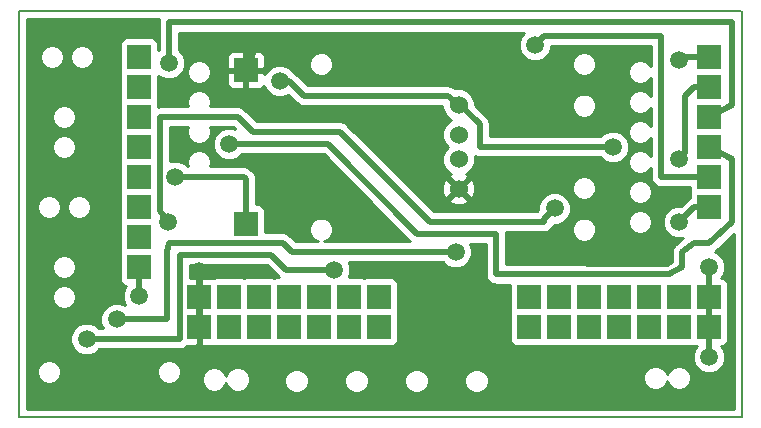
<source format=gbr>
G04 #@! TF.FileFunction,Copper,L1,Top,Signal*
%FSLAX46Y46*%
G04 Gerber Fmt 4.6, Leading zero omitted, Abs format (unit mm)*
G04 Created by KiCad (PCBNEW 4.0.2-4+6225~38~ubuntu14.04.1-stable) date sön  8 maj 2016 19:12:47*
%MOMM*%
G01*
G04 APERTURE LIST*
%ADD10C,0.100000*%
%ADD11C,0.150000*%
%ADD12R,2.000000X2.000000*%
%ADD13C,1.524000*%
%ADD14C,1.500000*%
%ADD15C,0.500000*%
%ADD16C,0.254000*%
G04 APERTURE END LIST*
D10*
D11*
X110490000Y-85000000D02*
X171650000Y-85000000D01*
X110490000Y-119380000D02*
X110490000Y-85000000D01*
X171650000Y-119380000D02*
X110490000Y-119380000D01*
X171704000Y-85000000D02*
X171704000Y-119380000D01*
D12*
X168910000Y-88900000D03*
X168910000Y-91440000D03*
X168910000Y-93980000D03*
X168910000Y-96520000D03*
X168910000Y-99060000D03*
X168910000Y-101600000D03*
X168910000Y-109220000D03*
X168910000Y-111760000D03*
X166370000Y-109220000D03*
X166370000Y-111760000D03*
X163830000Y-109220000D03*
X163830000Y-111760000D03*
X161290000Y-109220000D03*
X161290000Y-111760000D03*
X158750000Y-109220000D03*
X158750000Y-111760000D03*
X156210000Y-109220000D03*
X156210000Y-111760000D03*
X153670000Y-109220000D03*
X153670000Y-111760000D03*
X140970000Y-109220000D03*
X140970000Y-111760000D03*
X138430000Y-109220000D03*
X138430000Y-111760000D03*
X135890000Y-109220000D03*
X135890000Y-111760000D03*
X133350000Y-109220000D03*
X133350000Y-111760000D03*
X130810000Y-109220000D03*
X130810000Y-111760000D03*
X128270000Y-109220000D03*
X128270000Y-111760000D03*
X125730000Y-109220000D03*
X125730000Y-111760000D03*
X120650000Y-106680000D03*
X120650000Y-104140000D03*
X120650000Y-88900000D03*
X120650000Y-91440000D03*
X120650000Y-93980000D03*
X120650000Y-96520000D03*
X120650000Y-99060000D03*
X120650000Y-101600000D03*
X129700000Y-103020000D03*
X129700000Y-90020000D03*
D13*
X147700000Y-100070000D03*
X147700000Y-92970000D03*
X147700000Y-97570000D03*
X147700000Y-95470000D03*
D14*
X123698000Y-99060000D03*
X154178000Y-87884000D03*
X128270000Y-96266000D03*
X123190000Y-89408000D03*
X130302000Y-92710000D03*
X153162000Y-94742000D03*
X125730000Y-107061000D03*
X132334000Y-101600000D03*
X132334000Y-97790000D03*
X160782000Y-96520000D03*
X168910000Y-106680000D03*
X168910000Y-114300000D03*
X132588000Y-90932000D03*
X166370000Y-102870000D03*
X166370000Y-97536000D03*
X166370000Y-89154000D03*
X120650000Y-109156500D03*
X147447000Y-105410000D03*
X118745000Y-111125000D03*
X137160000Y-106934000D03*
X116205000Y-112776000D03*
X155829000Y-101727000D03*
X123063000Y-102870000D03*
D15*
X129700000Y-99220000D02*
X129700000Y-103020000D01*
X129540000Y-99060000D02*
X129700000Y-99220000D01*
X123698000Y-99060000D02*
X129540000Y-99060000D01*
X129690000Y-103020000D02*
X129700000Y-103020000D01*
X129700000Y-103020000D02*
X129690000Y-103020000D01*
X129700000Y-103020000D02*
X129700000Y-103030000D01*
X154940000Y-87122000D02*
X164846000Y-87122000D01*
X154178000Y-87884000D02*
X154940000Y-87122000D01*
X168910000Y-99060000D02*
X164846000Y-99060000D01*
X164846000Y-98806000D02*
X164846000Y-87122000D01*
X164846000Y-87122000D02*
X164846000Y-87122000D01*
X164846000Y-99060000D02*
X164846000Y-98806000D01*
X170815000Y-97536000D02*
X168910000Y-96520000D01*
X170815000Y-102870000D02*
X170815000Y-97536000D01*
X165544500Y-107315000D02*
X166624000Y-106680000D01*
X166624000Y-106680000D02*
X166624000Y-105410000D01*
X166624000Y-105410000D02*
X167640000Y-104648000D01*
X167640000Y-104648000D02*
X168910000Y-104648000D01*
X168910000Y-104648000D02*
X170815000Y-102870000D01*
X150876000Y-107315000D02*
X165544500Y-107315000D01*
X150876000Y-103886000D02*
X150876000Y-107315000D01*
X144272000Y-103886000D02*
X150876000Y-103886000D01*
X144169045Y-103889432D02*
X144272000Y-103886000D01*
X136652000Y-96266000D02*
X144169045Y-103889432D01*
X136525000Y-96266000D02*
X136652000Y-96266000D01*
X128270000Y-96266000D02*
X136525000Y-96266000D01*
X168910000Y-96520000D02*
X169545000Y-96520000D01*
X170815000Y-92964000D02*
X170815000Y-85979000D01*
X170815000Y-85979000D02*
X123190000Y-85979000D01*
X170815000Y-92964000D02*
X168910000Y-93980000D01*
X123190000Y-89408000D02*
X123190000Y-85979000D01*
X129700000Y-92108000D02*
X129700000Y-90020000D01*
X130302000Y-92710000D02*
X129700000Y-92108000D01*
X153149773Y-90437537D02*
X153149773Y-94729773D01*
X149479000Y-87122000D02*
X153149773Y-90437537D01*
X143256000Y-87122000D02*
X149479000Y-87122000D01*
X142240000Y-87122000D02*
X143256000Y-87122000D01*
X130810000Y-87122000D02*
X142240000Y-87122000D01*
X130810000Y-87122000D02*
X129700000Y-90330000D01*
X153149773Y-94729773D02*
X153162000Y-94742000D01*
X132334000Y-101600000D02*
X132461000Y-101473000D01*
X132461000Y-101473000D02*
X132334000Y-97790000D01*
X125730000Y-111760000D02*
X125730000Y-109220000D01*
X125730000Y-109220000D02*
X125730000Y-107061000D01*
X125730000Y-109220000D02*
X125730000Y-108585000D01*
X129700000Y-90020000D02*
X129700000Y-90330000D01*
X168910000Y-106680000D02*
X168910000Y-108585000D01*
X168910000Y-111760000D02*
X168910000Y-114300000D01*
X147700000Y-92970000D02*
X147834000Y-92970000D01*
X147834000Y-92970000D02*
X149479000Y-94615000D01*
X149479000Y-94615000D02*
X149479000Y-96520000D01*
X160782000Y-96520000D02*
X149479000Y-96520000D01*
X132588000Y-90932000D02*
X133350000Y-90932000D01*
X134620000Y-92202000D02*
X146812000Y-92202000D01*
X146812000Y-92202000D02*
X147700000Y-92970000D01*
X133350000Y-90932000D02*
X134620000Y-92202000D01*
X149479000Y-96520000D02*
X149479000Y-96520000D01*
X132848000Y-91192000D02*
X132588000Y-90932000D01*
X168910000Y-108585000D02*
X168910000Y-109220000D01*
X168910000Y-109220000D02*
X168910000Y-111760000D01*
X167640000Y-101600000D02*
X168910000Y-101600000D01*
X166370000Y-102870000D02*
X167640000Y-101600000D01*
X166878000Y-94996000D02*
X166878000Y-97028000D01*
X168910000Y-91440000D02*
X167640000Y-91440000D01*
X166878000Y-94996000D02*
X166878000Y-92202000D01*
X166878000Y-92202000D02*
X167640000Y-91440000D01*
X166878000Y-97028000D02*
X166370000Y-97536000D01*
X166624000Y-88900000D02*
X168910000Y-88900000D01*
X166370000Y-89154000D02*
X166624000Y-88900000D01*
X168275000Y-88900000D02*
X168910000Y-88900000D01*
X120650000Y-109156500D02*
X120650000Y-106680000D01*
X132842000Y-104648000D02*
X133604000Y-105410000D01*
X122999500Y-105410000D02*
X123190000Y-104648000D01*
X122999500Y-105410000D02*
X122999500Y-111125000D01*
X122999500Y-111125000D02*
X118745000Y-111125000D01*
X133604000Y-105410000D02*
X147447000Y-105410000D01*
X123190000Y-104648000D02*
X132334000Y-104648000D01*
X132334000Y-104648000D02*
X132842000Y-104648000D01*
X131826000Y-105664000D02*
X133096000Y-106934000D01*
X124079000Y-105664000D02*
X131826000Y-105664000D01*
X124079000Y-112776000D02*
X124079000Y-105664000D01*
X116205000Y-112776000D02*
X124079000Y-112776000D01*
X133096000Y-106934000D02*
X137160000Y-106934000D01*
X129032000Y-93980000D02*
X122682000Y-93980000D01*
X130302000Y-95250000D02*
X129032000Y-93980000D01*
X137668000Y-95250000D02*
X130302000Y-95250000D01*
X145288000Y-102870000D02*
X137668000Y-95250000D01*
X154940000Y-102870000D02*
X145288000Y-102870000D01*
X154940000Y-102870000D02*
X154940000Y-102616000D01*
X122428000Y-93980000D02*
X122428000Y-101981000D01*
X122682000Y-93980000D02*
X122428000Y-93980000D01*
X122428000Y-101981000D02*
X123063000Y-102870000D01*
X154940000Y-102616000D02*
X155829000Y-101727000D01*
D16*
G36*
X122305000Y-85979000D02*
X122305000Y-88334477D01*
X122297440Y-88342024D01*
X122297440Y-87900000D01*
X122253162Y-87664683D01*
X122114090Y-87448559D01*
X121901890Y-87303569D01*
X121650000Y-87252560D01*
X119650000Y-87252560D01*
X119414683Y-87296838D01*
X119198559Y-87435910D01*
X119053569Y-87648110D01*
X119002560Y-87900000D01*
X119002560Y-89900000D01*
X119046838Y-90135317D01*
X119067598Y-90167578D01*
X119053569Y-90188110D01*
X119002560Y-90440000D01*
X119002560Y-92440000D01*
X119046838Y-92675317D01*
X119067598Y-92707578D01*
X119053569Y-92728110D01*
X119002560Y-92980000D01*
X119002560Y-94980000D01*
X119046838Y-95215317D01*
X119067598Y-95247578D01*
X119053569Y-95268110D01*
X119002560Y-95520000D01*
X119002560Y-97520000D01*
X119046838Y-97755317D01*
X119067598Y-97787578D01*
X119053569Y-97808110D01*
X119002560Y-98060000D01*
X119002560Y-100060000D01*
X119046838Y-100295317D01*
X119067598Y-100327578D01*
X119053569Y-100348110D01*
X119002560Y-100600000D01*
X119002560Y-102600000D01*
X119046838Y-102835317D01*
X119067598Y-102867578D01*
X119053569Y-102888110D01*
X119002560Y-103140000D01*
X119002560Y-105140000D01*
X119046838Y-105375317D01*
X119067598Y-105407578D01*
X119053569Y-105428110D01*
X119002560Y-105680000D01*
X119002560Y-107680000D01*
X119046838Y-107915317D01*
X119185910Y-108131441D01*
X119398110Y-108276431D01*
X119542016Y-108305573D01*
X119476539Y-108370936D01*
X119265241Y-108879798D01*
X119264760Y-109430785D01*
X119469444Y-109926160D01*
X119021702Y-109740241D01*
X118470715Y-109739760D01*
X117961485Y-109950169D01*
X117571539Y-110339436D01*
X117360241Y-110848298D01*
X117359760Y-111399285D01*
X117562932Y-111891000D01*
X117278523Y-111891000D01*
X116990564Y-111602539D01*
X116481702Y-111391241D01*
X115930715Y-111390760D01*
X115421485Y-111601169D01*
X115031539Y-111990436D01*
X114820241Y-112499298D01*
X114819760Y-113050285D01*
X115030169Y-113559515D01*
X115419436Y-113949461D01*
X115928298Y-114160759D01*
X116479285Y-114161240D01*
X116988515Y-113950831D01*
X117278852Y-113661000D01*
X124079000Y-113661000D01*
X124417675Y-113593633D01*
X124704790Y-113401790D01*
X124709327Y-113395000D01*
X125444250Y-113395000D01*
X125603000Y-113236250D01*
X125603000Y-111887000D01*
X125583000Y-111887000D01*
X125583000Y-111633000D01*
X125603000Y-111633000D01*
X125603000Y-109347000D01*
X125583000Y-109347000D01*
X125583000Y-109093000D01*
X125603000Y-109093000D01*
X125603000Y-107743750D01*
X125444250Y-107585000D01*
X124964000Y-107585000D01*
X124964000Y-106549000D01*
X131459420Y-106549000D01*
X132470208Y-107559787D01*
X132470210Y-107559790D01*
X132489322Y-107572560D01*
X132350000Y-107572560D01*
X132114683Y-107616838D01*
X132082422Y-107637598D01*
X132061890Y-107623569D01*
X131810000Y-107572560D01*
X129810000Y-107572560D01*
X129574683Y-107616838D01*
X129542422Y-107637598D01*
X129521890Y-107623569D01*
X129270000Y-107572560D01*
X127270000Y-107572560D01*
X127034683Y-107616838D01*
X126994930Y-107642419D01*
X126856309Y-107585000D01*
X126015750Y-107585000D01*
X125857000Y-107743750D01*
X125857000Y-109093000D01*
X125877000Y-109093000D01*
X125877000Y-109347000D01*
X125857000Y-109347000D01*
X125857000Y-111633000D01*
X125877000Y-111633000D01*
X125877000Y-111887000D01*
X125857000Y-111887000D01*
X125857000Y-113236250D01*
X126015750Y-113395000D01*
X126856309Y-113395000D01*
X126992186Y-113338718D01*
X127018110Y-113356431D01*
X127270000Y-113407440D01*
X129270000Y-113407440D01*
X129505317Y-113363162D01*
X129537578Y-113342402D01*
X129558110Y-113356431D01*
X129810000Y-113407440D01*
X131810000Y-113407440D01*
X132045317Y-113363162D01*
X132077578Y-113342402D01*
X132098110Y-113356431D01*
X132350000Y-113407440D01*
X134350000Y-113407440D01*
X134585317Y-113363162D01*
X134617578Y-113342402D01*
X134638110Y-113356431D01*
X134890000Y-113407440D01*
X136890000Y-113407440D01*
X137125317Y-113363162D01*
X137157578Y-113342402D01*
X137178110Y-113356431D01*
X137430000Y-113407440D01*
X139430000Y-113407440D01*
X139665317Y-113363162D01*
X139697578Y-113342402D01*
X139718110Y-113356431D01*
X139970000Y-113407440D01*
X141970000Y-113407440D01*
X142205317Y-113363162D01*
X142421441Y-113224090D01*
X142566431Y-113011890D01*
X142617440Y-112760000D01*
X142617440Y-110760000D01*
X142573162Y-110524683D01*
X142552402Y-110492422D01*
X142566431Y-110471890D01*
X142617440Y-110220000D01*
X142617440Y-108220000D01*
X142573162Y-107984683D01*
X142434090Y-107768559D01*
X142221890Y-107623569D01*
X141970000Y-107572560D01*
X139970000Y-107572560D01*
X139734683Y-107616838D01*
X139702422Y-107637598D01*
X139681890Y-107623569D01*
X139430000Y-107572560D01*
X138394502Y-107572560D01*
X138544759Y-107210702D01*
X138545240Y-106659715D01*
X138394543Y-106295000D01*
X146373477Y-106295000D01*
X146661436Y-106583461D01*
X147170298Y-106794759D01*
X147721285Y-106795240D01*
X148230515Y-106584831D01*
X148620461Y-106195564D01*
X148831759Y-105686702D01*
X148832240Y-105135715D01*
X148681543Y-104771000D01*
X149991000Y-104771000D01*
X149991000Y-107315000D01*
X150023957Y-107480683D01*
X150055478Y-107646614D01*
X150057609Y-107649863D01*
X150058367Y-107653675D01*
X150152226Y-107794145D01*
X150244839Y-107935372D01*
X150248051Y-107937558D01*
X150250210Y-107940790D01*
X150390671Y-108034643D01*
X150530289Y-108129683D01*
X150534094Y-108130474D01*
X150537325Y-108132633D01*
X150703002Y-108165588D01*
X150868371Y-108199967D01*
X152024598Y-108209934D01*
X152022560Y-108220000D01*
X152022560Y-110220000D01*
X152066838Y-110455317D01*
X152087598Y-110487578D01*
X152073569Y-110508110D01*
X152022560Y-110760000D01*
X152022560Y-112760000D01*
X152066838Y-112995317D01*
X152205910Y-113211441D01*
X152418110Y-113356431D01*
X152670000Y-113407440D01*
X154670000Y-113407440D01*
X154905317Y-113363162D01*
X154937578Y-113342402D01*
X154958110Y-113356431D01*
X155210000Y-113407440D01*
X157210000Y-113407440D01*
X157445317Y-113363162D01*
X157477578Y-113342402D01*
X157498110Y-113356431D01*
X157750000Y-113407440D01*
X159750000Y-113407440D01*
X159985317Y-113363162D01*
X160017578Y-113342402D01*
X160038110Y-113356431D01*
X160290000Y-113407440D01*
X162290000Y-113407440D01*
X162525317Y-113363162D01*
X162557578Y-113342402D01*
X162578110Y-113356431D01*
X162830000Y-113407440D01*
X164830000Y-113407440D01*
X165065317Y-113363162D01*
X165097578Y-113342402D01*
X165118110Y-113356431D01*
X165370000Y-113407440D01*
X167370000Y-113407440D01*
X167605317Y-113363162D01*
X167637578Y-113342402D01*
X167658110Y-113356431D01*
X167854899Y-113396282D01*
X167736539Y-113514436D01*
X167525241Y-114023298D01*
X167524760Y-114574285D01*
X167735169Y-115083515D01*
X168124436Y-115473461D01*
X168633298Y-115684759D01*
X169184285Y-115685240D01*
X169693515Y-115474831D01*
X170083461Y-115085564D01*
X170294759Y-114576702D01*
X170295240Y-114025715D01*
X170084831Y-113516485D01*
X169965543Y-113396989D01*
X170145317Y-113363162D01*
X170361441Y-113224090D01*
X170506431Y-113011890D01*
X170557440Y-112760000D01*
X170557440Y-110760000D01*
X170513162Y-110524683D01*
X170492402Y-110492422D01*
X170506431Y-110471890D01*
X170557440Y-110220000D01*
X170557440Y-108220000D01*
X170513162Y-107984683D01*
X170374090Y-107768559D01*
X170161890Y-107623569D01*
X169965101Y-107583718D01*
X170083461Y-107465564D01*
X170294759Y-106956702D01*
X170295240Y-106405715D01*
X170084831Y-105896485D01*
X169695564Y-105506539D01*
X169382309Y-105376464D01*
X169513852Y-105294984D01*
X170994000Y-103913513D01*
X170994000Y-118670000D01*
X111200000Y-118670000D01*
X111200000Y-115774971D01*
X111994821Y-115774971D01*
X112152058Y-116155515D01*
X112442954Y-116446919D01*
X112823223Y-116604820D01*
X113234971Y-116605179D01*
X113615515Y-116447942D01*
X113906919Y-116157046D01*
X114064820Y-115776777D01*
X114064821Y-115774971D01*
X122154821Y-115774971D01*
X122312058Y-116155515D01*
X122602954Y-116446919D01*
X122983223Y-116604820D01*
X123394971Y-116605179D01*
X123775515Y-116447942D01*
X123813552Y-116409971D01*
X125964821Y-116409971D01*
X126122058Y-116790515D01*
X126412954Y-117081919D01*
X126793223Y-117239820D01*
X127204971Y-117240179D01*
X127585515Y-117082942D01*
X127876919Y-116792046D01*
X128000108Y-116495373D01*
X128122058Y-116790515D01*
X128412954Y-117081919D01*
X128793223Y-117239820D01*
X129204971Y-117240179D01*
X129585515Y-117082942D01*
X129876919Y-116792046D01*
X129982835Y-116536971D01*
X132949821Y-116536971D01*
X133107058Y-116917515D01*
X133397954Y-117208919D01*
X133778223Y-117366820D01*
X134189971Y-117367179D01*
X134570515Y-117209942D01*
X134861919Y-116919046D01*
X135019820Y-116538777D01*
X135019821Y-116536971D01*
X138029821Y-116536971D01*
X138187058Y-116917515D01*
X138477954Y-117208919D01*
X138858223Y-117366820D01*
X139269971Y-117367179D01*
X139650515Y-117209942D01*
X139941919Y-116919046D01*
X140099820Y-116538777D01*
X140099821Y-116536971D01*
X143109821Y-116536971D01*
X143267058Y-116917515D01*
X143557954Y-117208919D01*
X143938223Y-117366820D01*
X144349971Y-117367179D01*
X144730515Y-117209942D01*
X145021919Y-116919046D01*
X145179820Y-116538777D01*
X145179821Y-116536971D01*
X148189821Y-116536971D01*
X148347058Y-116917515D01*
X148637954Y-117208919D01*
X149018223Y-117366820D01*
X149429971Y-117367179D01*
X149810515Y-117209942D01*
X150101919Y-116919046D01*
X150259820Y-116538777D01*
X150260043Y-116282971D01*
X163334821Y-116282971D01*
X163492058Y-116663515D01*
X163782954Y-116954919D01*
X164163223Y-117112820D01*
X164574971Y-117113179D01*
X164955515Y-116955942D01*
X165246919Y-116665046D01*
X165370108Y-116368373D01*
X165492058Y-116663515D01*
X165782954Y-116954919D01*
X166163223Y-117112820D01*
X166574971Y-117113179D01*
X166955515Y-116955942D01*
X167246919Y-116665046D01*
X167404820Y-116284777D01*
X167405179Y-115873029D01*
X167247942Y-115492485D01*
X166957046Y-115201081D01*
X166576777Y-115043180D01*
X166165029Y-115042821D01*
X165784485Y-115200058D01*
X165493081Y-115490954D01*
X165369892Y-115787627D01*
X165247942Y-115492485D01*
X164957046Y-115201081D01*
X164576777Y-115043180D01*
X164165029Y-115042821D01*
X163784485Y-115200058D01*
X163493081Y-115490954D01*
X163335180Y-115871223D01*
X163334821Y-116282971D01*
X150260043Y-116282971D01*
X150260179Y-116127029D01*
X150102942Y-115746485D01*
X149812046Y-115455081D01*
X149431777Y-115297180D01*
X149020029Y-115296821D01*
X148639485Y-115454058D01*
X148348081Y-115744954D01*
X148190180Y-116125223D01*
X148189821Y-116536971D01*
X145179821Y-116536971D01*
X145180179Y-116127029D01*
X145022942Y-115746485D01*
X144732046Y-115455081D01*
X144351777Y-115297180D01*
X143940029Y-115296821D01*
X143559485Y-115454058D01*
X143268081Y-115744954D01*
X143110180Y-116125223D01*
X143109821Y-116536971D01*
X140099821Y-116536971D01*
X140100179Y-116127029D01*
X139942942Y-115746485D01*
X139652046Y-115455081D01*
X139271777Y-115297180D01*
X138860029Y-115296821D01*
X138479485Y-115454058D01*
X138188081Y-115744954D01*
X138030180Y-116125223D01*
X138029821Y-116536971D01*
X135019821Y-116536971D01*
X135020179Y-116127029D01*
X134862942Y-115746485D01*
X134572046Y-115455081D01*
X134191777Y-115297180D01*
X133780029Y-115296821D01*
X133399485Y-115454058D01*
X133108081Y-115744954D01*
X132950180Y-116125223D01*
X132949821Y-116536971D01*
X129982835Y-116536971D01*
X130034820Y-116411777D01*
X130035179Y-116000029D01*
X129877942Y-115619485D01*
X129587046Y-115328081D01*
X129206777Y-115170180D01*
X128795029Y-115169821D01*
X128414485Y-115327058D01*
X128123081Y-115617954D01*
X127999892Y-115914627D01*
X127877942Y-115619485D01*
X127587046Y-115328081D01*
X127206777Y-115170180D01*
X126795029Y-115169821D01*
X126414485Y-115327058D01*
X126123081Y-115617954D01*
X125965180Y-115998223D01*
X125964821Y-116409971D01*
X123813552Y-116409971D01*
X124066919Y-116157046D01*
X124224820Y-115776777D01*
X124225179Y-115365029D01*
X124067942Y-114984485D01*
X123777046Y-114693081D01*
X123396777Y-114535180D01*
X122985029Y-114534821D01*
X122604485Y-114692058D01*
X122313081Y-114982954D01*
X122155180Y-115363223D01*
X122154821Y-115774971D01*
X114064821Y-115774971D01*
X114065179Y-115365029D01*
X113907942Y-114984485D01*
X113617046Y-114693081D01*
X113236777Y-114535180D01*
X112825029Y-114534821D01*
X112444485Y-114692058D01*
X112153081Y-114982954D01*
X111995180Y-115363223D01*
X111994821Y-115774971D01*
X111200000Y-115774971D01*
X111200000Y-109421208D01*
X113283824Y-109421208D01*
X113438175Y-109794766D01*
X113723731Y-110080821D01*
X114097018Y-110235824D01*
X114501208Y-110236176D01*
X114874766Y-110081825D01*
X115160821Y-109796269D01*
X115315824Y-109422982D01*
X115316176Y-109018792D01*
X115161825Y-108645234D01*
X114876269Y-108359179D01*
X114502982Y-108204176D01*
X114098792Y-108203824D01*
X113725234Y-108358175D01*
X113439179Y-108643731D01*
X113284176Y-109017018D01*
X113283824Y-109421208D01*
X111200000Y-109421208D01*
X111200000Y-106881208D01*
X113283824Y-106881208D01*
X113438175Y-107254766D01*
X113723731Y-107540821D01*
X114097018Y-107695824D01*
X114501208Y-107696176D01*
X114874766Y-107541825D01*
X115160821Y-107256269D01*
X115315824Y-106882982D01*
X115316176Y-106478792D01*
X115161825Y-106105234D01*
X114876269Y-105819179D01*
X114502982Y-105664176D01*
X114098792Y-105663824D01*
X113725234Y-105818175D01*
X113439179Y-106103731D01*
X113284176Y-106477018D01*
X113283824Y-106881208D01*
X111200000Y-106881208D01*
X111200000Y-101801208D01*
X112013824Y-101801208D01*
X112168175Y-102174766D01*
X112453731Y-102460821D01*
X112827018Y-102615824D01*
X113231208Y-102616176D01*
X113604766Y-102461825D01*
X113890821Y-102176269D01*
X114045824Y-101802982D01*
X114045825Y-101801208D01*
X114553824Y-101801208D01*
X114708175Y-102174766D01*
X114993731Y-102460821D01*
X115367018Y-102615824D01*
X115771208Y-102616176D01*
X116144766Y-102461825D01*
X116430821Y-102176269D01*
X116585824Y-101802982D01*
X116586176Y-101398792D01*
X116431825Y-101025234D01*
X116146269Y-100739179D01*
X115772982Y-100584176D01*
X115368792Y-100583824D01*
X114995234Y-100738175D01*
X114709179Y-101023731D01*
X114554176Y-101397018D01*
X114553824Y-101801208D01*
X114045825Y-101801208D01*
X114046176Y-101398792D01*
X113891825Y-101025234D01*
X113606269Y-100739179D01*
X113232982Y-100584176D01*
X112828792Y-100583824D01*
X112455234Y-100738175D01*
X112169179Y-101023731D01*
X112014176Y-101397018D01*
X112013824Y-101801208D01*
X111200000Y-101801208D01*
X111200000Y-96721208D01*
X113283824Y-96721208D01*
X113438175Y-97094766D01*
X113723731Y-97380821D01*
X114097018Y-97535824D01*
X114501208Y-97536176D01*
X114874766Y-97381825D01*
X115160821Y-97096269D01*
X115315824Y-96722982D01*
X115316176Y-96318792D01*
X115161825Y-95945234D01*
X114876269Y-95659179D01*
X114502982Y-95504176D01*
X114098792Y-95503824D01*
X113725234Y-95658175D01*
X113439179Y-95943731D01*
X113284176Y-96317018D01*
X113283824Y-96721208D01*
X111200000Y-96721208D01*
X111200000Y-94181208D01*
X113283824Y-94181208D01*
X113438175Y-94554766D01*
X113723731Y-94840821D01*
X114097018Y-94995824D01*
X114501208Y-94996176D01*
X114874766Y-94841825D01*
X115160821Y-94556269D01*
X115315824Y-94182982D01*
X115316176Y-93778792D01*
X115161825Y-93405234D01*
X114876269Y-93119179D01*
X114502982Y-92964176D01*
X114098792Y-92963824D01*
X113725234Y-93118175D01*
X113439179Y-93403731D01*
X113284176Y-93777018D01*
X113283824Y-94181208D01*
X111200000Y-94181208D01*
X111200000Y-89101208D01*
X112267824Y-89101208D01*
X112422175Y-89474766D01*
X112707731Y-89760821D01*
X113081018Y-89915824D01*
X113485208Y-89916176D01*
X113858766Y-89761825D01*
X114144821Y-89476269D01*
X114299824Y-89102982D01*
X114299825Y-89101208D01*
X114807824Y-89101208D01*
X114962175Y-89474766D01*
X115247731Y-89760821D01*
X115621018Y-89915824D01*
X116025208Y-89916176D01*
X116398766Y-89761825D01*
X116684821Y-89476269D01*
X116839824Y-89102982D01*
X116840176Y-88698792D01*
X116685825Y-88325234D01*
X116400269Y-88039179D01*
X116026982Y-87884176D01*
X115622792Y-87883824D01*
X115249234Y-88038175D01*
X114963179Y-88323731D01*
X114808176Y-88697018D01*
X114807824Y-89101208D01*
X114299825Y-89101208D01*
X114300176Y-88698792D01*
X114145825Y-88325234D01*
X113860269Y-88039179D01*
X113486982Y-87884176D01*
X113082792Y-87883824D01*
X112709234Y-88038175D01*
X112423179Y-88323731D01*
X112268176Y-88697018D01*
X112267824Y-89101208D01*
X111200000Y-89101208D01*
X111200000Y-85710000D01*
X122358508Y-85710000D01*
X122305000Y-85979000D01*
X122305000Y-85979000D01*
G37*
X122305000Y-85979000D02*
X122305000Y-88334477D01*
X122297440Y-88342024D01*
X122297440Y-87900000D01*
X122253162Y-87664683D01*
X122114090Y-87448559D01*
X121901890Y-87303569D01*
X121650000Y-87252560D01*
X119650000Y-87252560D01*
X119414683Y-87296838D01*
X119198559Y-87435910D01*
X119053569Y-87648110D01*
X119002560Y-87900000D01*
X119002560Y-89900000D01*
X119046838Y-90135317D01*
X119067598Y-90167578D01*
X119053569Y-90188110D01*
X119002560Y-90440000D01*
X119002560Y-92440000D01*
X119046838Y-92675317D01*
X119067598Y-92707578D01*
X119053569Y-92728110D01*
X119002560Y-92980000D01*
X119002560Y-94980000D01*
X119046838Y-95215317D01*
X119067598Y-95247578D01*
X119053569Y-95268110D01*
X119002560Y-95520000D01*
X119002560Y-97520000D01*
X119046838Y-97755317D01*
X119067598Y-97787578D01*
X119053569Y-97808110D01*
X119002560Y-98060000D01*
X119002560Y-100060000D01*
X119046838Y-100295317D01*
X119067598Y-100327578D01*
X119053569Y-100348110D01*
X119002560Y-100600000D01*
X119002560Y-102600000D01*
X119046838Y-102835317D01*
X119067598Y-102867578D01*
X119053569Y-102888110D01*
X119002560Y-103140000D01*
X119002560Y-105140000D01*
X119046838Y-105375317D01*
X119067598Y-105407578D01*
X119053569Y-105428110D01*
X119002560Y-105680000D01*
X119002560Y-107680000D01*
X119046838Y-107915317D01*
X119185910Y-108131441D01*
X119398110Y-108276431D01*
X119542016Y-108305573D01*
X119476539Y-108370936D01*
X119265241Y-108879798D01*
X119264760Y-109430785D01*
X119469444Y-109926160D01*
X119021702Y-109740241D01*
X118470715Y-109739760D01*
X117961485Y-109950169D01*
X117571539Y-110339436D01*
X117360241Y-110848298D01*
X117359760Y-111399285D01*
X117562932Y-111891000D01*
X117278523Y-111891000D01*
X116990564Y-111602539D01*
X116481702Y-111391241D01*
X115930715Y-111390760D01*
X115421485Y-111601169D01*
X115031539Y-111990436D01*
X114820241Y-112499298D01*
X114819760Y-113050285D01*
X115030169Y-113559515D01*
X115419436Y-113949461D01*
X115928298Y-114160759D01*
X116479285Y-114161240D01*
X116988515Y-113950831D01*
X117278852Y-113661000D01*
X124079000Y-113661000D01*
X124417675Y-113593633D01*
X124704790Y-113401790D01*
X124709327Y-113395000D01*
X125444250Y-113395000D01*
X125603000Y-113236250D01*
X125603000Y-111887000D01*
X125583000Y-111887000D01*
X125583000Y-111633000D01*
X125603000Y-111633000D01*
X125603000Y-109347000D01*
X125583000Y-109347000D01*
X125583000Y-109093000D01*
X125603000Y-109093000D01*
X125603000Y-107743750D01*
X125444250Y-107585000D01*
X124964000Y-107585000D01*
X124964000Y-106549000D01*
X131459420Y-106549000D01*
X132470208Y-107559787D01*
X132470210Y-107559790D01*
X132489322Y-107572560D01*
X132350000Y-107572560D01*
X132114683Y-107616838D01*
X132082422Y-107637598D01*
X132061890Y-107623569D01*
X131810000Y-107572560D01*
X129810000Y-107572560D01*
X129574683Y-107616838D01*
X129542422Y-107637598D01*
X129521890Y-107623569D01*
X129270000Y-107572560D01*
X127270000Y-107572560D01*
X127034683Y-107616838D01*
X126994930Y-107642419D01*
X126856309Y-107585000D01*
X126015750Y-107585000D01*
X125857000Y-107743750D01*
X125857000Y-109093000D01*
X125877000Y-109093000D01*
X125877000Y-109347000D01*
X125857000Y-109347000D01*
X125857000Y-111633000D01*
X125877000Y-111633000D01*
X125877000Y-111887000D01*
X125857000Y-111887000D01*
X125857000Y-113236250D01*
X126015750Y-113395000D01*
X126856309Y-113395000D01*
X126992186Y-113338718D01*
X127018110Y-113356431D01*
X127270000Y-113407440D01*
X129270000Y-113407440D01*
X129505317Y-113363162D01*
X129537578Y-113342402D01*
X129558110Y-113356431D01*
X129810000Y-113407440D01*
X131810000Y-113407440D01*
X132045317Y-113363162D01*
X132077578Y-113342402D01*
X132098110Y-113356431D01*
X132350000Y-113407440D01*
X134350000Y-113407440D01*
X134585317Y-113363162D01*
X134617578Y-113342402D01*
X134638110Y-113356431D01*
X134890000Y-113407440D01*
X136890000Y-113407440D01*
X137125317Y-113363162D01*
X137157578Y-113342402D01*
X137178110Y-113356431D01*
X137430000Y-113407440D01*
X139430000Y-113407440D01*
X139665317Y-113363162D01*
X139697578Y-113342402D01*
X139718110Y-113356431D01*
X139970000Y-113407440D01*
X141970000Y-113407440D01*
X142205317Y-113363162D01*
X142421441Y-113224090D01*
X142566431Y-113011890D01*
X142617440Y-112760000D01*
X142617440Y-110760000D01*
X142573162Y-110524683D01*
X142552402Y-110492422D01*
X142566431Y-110471890D01*
X142617440Y-110220000D01*
X142617440Y-108220000D01*
X142573162Y-107984683D01*
X142434090Y-107768559D01*
X142221890Y-107623569D01*
X141970000Y-107572560D01*
X139970000Y-107572560D01*
X139734683Y-107616838D01*
X139702422Y-107637598D01*
X139681890Y-107623569D01*
X139430000Y-107572560D01*
X138394502Y-107572560D01*
X138544759Y-107210702D01*
X138545240Y-106659715D01*
X138394543Y-106295000D01*
X146373477Y-106295000D01*
X146661436Y-106583461D01*
X147170298Y-106794759D01*
X147721285Y-106795240D01*
X148230515Y-106584831D01*
X148620461Y-106195564D01*
X148831759Y-105686702D01*
X148832240Y-105135715D01*
X148681543Y-104771000D01*
X149991000Y-104771000D01*
X149991000Y-107315000D01*
X150023957Y-107480683D01*
X150055478Y-107646614D01*
X150057609Y-107649863D01*
X150058367Y-107653675D01*
X150152226Y-107794145D01*
X150244839Y-107935372D01*
X150248051Y-107937558D01*
X150250210Y-107940790D01*
X150390671Y-108034643D01*
X150530289Y-108129683D01*
X150534094Y-108130474D01*
X150537325Y-108132633D01*
X150703002Y-108165588D01*
X150868371Y-108199967D01*
X152024598Y-108209934D01*
X152022560Y-108220000D01*
X152022560Y-110220000D01*
X152066838Y-110455317D01*
X152087598Y-110487578D01*
X152073569Y-110508110D01*
X152022560Y-110760000D01*
X152022560Y-112760000D01*
X152066838Y-112995317D01*
X152205910Y-113211441D01*
X152418110Y-113356431D01*
X152670000Y-113407440D01*
X154670000Y-113407440D01*
X154905317Y-113363162D01*
X154937578Y-113342402D01*
X154958110Y-113356431D01*
X155210000Y-113407440D01*
X157210000Y-113407440D01*
X157445317Y-113363162D01*
X157477578Y-113342402D01*
X157498110Y-113356431D01*
X157750000Y-113407440D01*
X159750000Y-113407440D01*
X159985317Y-113363162D01*
X160017578Y-113342402D01*
X160038110Y-113356431D01*
X160290000Y-113407440D01*
X162290000Y-113407440D01*
X162525317Y-113363162D01*
X162557578Y-113342402D01*
X162578110Y-113356431D01*
X162830000Y-113407440D01*
X164830000Y-113407440D01*
X165065317Y-113363162D01*
X165097578Y-113342402D01*
X165118110Y-113356431D01*
X165370000Y-113407440D01*
X167370000Y-113407440D01*
X167605317Y-113363162D01*
X167637578Y-113342402D01*
X167658110Y-113356431D01*
X167854899Y-113396282D01*
X167736539Y-113514436D01*
X167525241Y-114023298D01*
X167524760Y-114574285D01*
X167735169Y-115083515D01*
X168124436Y-115473461D01*
X168633298Y-115684759D01*
X169184285Y-115685240D01*
X169693515Y-115474831D01*
X170083461Y-115085564D01*
X170294759Y-114576702D01*
X170295240Y-114025715D01*
X170084831Y-113516485D01*
X169965543Y-113396989D01*
X170145317Y-113363162D01*
X170361441Y-113224090D01*
X170506431Y-113011890D01*
X170557440Y-112760000D01*
X170557440Y-110760000D01*
X170513162Y-110524683D01*
X170492402Y-110492422D01*
X170506431Y-110471890D01*
X170557440Y-110220000D01*
X170557440Y-108220000D01*
X170513162Y-107984683D01*
X170374090Y-107768559D01*
X170161890Y-107623569D01*
X169965101Y-107583718D01*
X170083461Y-107465564D01*
X170294759Y-106956702D01*
X170295240Y-106405715D01*
X170084831Y-105896485D01*
X169695564Y-105506539D01*
X169382309Y-105376464D01*
X169513852Y-105294984D01*
X170994000Y-103913513D01*
X170994000Y-118670000D01*
X111200000Y-118670000D01*
X111200000Y-115774971D01*
X111994821Y-115774971D01*
X112152058Y-116155515D01*
X112442954Y-116446919D01*
X112823223Y-116604820D01*
X113234971Y-116605179D01*
X113615515Y-116447942D01*
X113906919Y-116157046D01*
X114064820Y-115776777D01*
X114064821Y-115774971D01*
X122154821Y-115774971D01*
X122312058Y-116155515D01*
X122602954Y-116446919D01*
X122983223Y-116604820D01*
X123394971Y-116605179D01*
X123775515Y-116447942D01*
X123813552Y-116409971D01*
X125964821Y-116409971D01*
X126122058Y-116790515D01*
X126412954Y-117081919D01*
X126793223Y-117239820D01*
X127204971Y-117240179D01*
X127585515Y-117082942D01*
X127876919Y-116792046D01*
X128000108Y-116495373D01*
X128122058Y-116790515D01*
X128412954Y-117081919D01*
X128793223Y-117239820D01*
X129204971Y-117240179D01*
X129585515Y-117082942D01*
X129876919Y-116792046D01*
X129982835Y-116536971D01*
X132949821Y-116536971D01*
X133107058Y-116917515D01*
X133397954Y-117208919D01*
X133778223Y-117366820D01*
X134189971Y-117367179D01*
X134570515Y-117209942D01*
X134861919Y-116919046D01*
X135019820Y-116538777D01*
X135019821Y-116536971D01*
X138029821Y-116536971D01*
X138187058Y-116917515D01*
X138477954Y-117208919D01*
X138858223Y-117366820D01*
X139269971Y-117367179D01*
X139650515Y-117209942D01*
X139941919Y-116919046D01*
X140099820Y-116538777D01*
X140099821Y-116536971D01*
X143109821Y-116536971D01*
X143267058Y-116917515D01*
X143557954Y-117208919D01*
X143938223Y-117366820D01*
X144349971Y-117367179D01*
X144730515Y-117209942D01*
X145021919Y-116919046D01*
X145179820Y-116538777D01*
X145179821Y-116536971D01*
X148189821Y-116536971D01*
X148347058Y-116917515D01*
X148637954Y-117208919D01*
X149018223Y-117366820D01*
X149429971Y-117367179D01*
X149810515Y-117209942D01*
X150101919Y-116919046D01*
X150259820Y-116538777D01*
X150260043Y-116282971D01*
X163334821Y-116282971D01*
X163492058Y-116663515D01*
X163782954Y-116954919D01*
X164163223Y-117112820D01*
X164574971Y-117113179D01*
X164955515Y-116955942D01*
X165246919Y-116665046D01*
X165370108Y-116368373D01*
X165492058Y-116663515D01*
X165782954Y-116954919D01*
X166163223Y-117112820D01*
X166574971Y-117113179D01*
X166955515Y-116955942D01*
X167246919Y-116665046D01*
X167404820Y-116284777D01*
X167405179Y-115873029D01*
X167247942Y-115492485D01*
X166957046Y-115201081D01*
X166576777Y-115043180D01*
X166165029Y-115042821D01*
X165784485Y-115200058D01*
X165493081Y-115490954D01*
X165369892Y-115787627D01*
X165247942Y-115492485D01*
X164957046Y-115201081D01*
X164576777Y-115043180D01*
X164165029Y-115042821D01*
X163784485Y-115200058D01*
X163493081Y-115490954D01*
X163335180Y-115871223D01*
X163334821Y-116282971D01*
X150260043Y-116282971D01*
X150260179Y-116127029D01*
X150102942Y-115746485D01*
X149812046Y-115455081D01*
X149431777Y-115297180D01*
X149020029Y-115296821D01*
X148639485Y-115454058D01*
X148348081Y-115744954D01*
X148190180Y-116125223D01*
X148189821Y-116536971D01*
X145179821Y-116536971D01*
X145180179Y-116127029D01*
X145022942Y-115746485D01*
X144732046Y-115455081D01*
X144351777Y-115297180D01*
X143940029Y-115296821D01*
X143559485Y-115454058D01*
X143268081Y-115744954D01*
X143110180Y-116125223D01*
X143109821Y-116536971D01*
X140099821Y-116536971D01*
X140100179Y-116127029D01*
X139942942Y-115746485D01*
X139652046Y-115455081D01*
X139271777Y-115297180D01*
X138860029Y-115296821D01*
X138479485Y-115454058D01*
X138188081Y-115744954D01*
X138030180Y-116125223D01*
X138029821Y-116536971D01*
X135019821Y-116536971D01*
X135020179Y-116127029D01*
X134862942Y-115746485D01*
X134572046Y-115455081D01*
X134191777Y-115297180D01*
X133780029Y-115296821D01*
X133399485Y-115454058D01*
X133108081Y-115744954D01*
X132950180Y-116125223D01*
X132949821Y-116536971D01*
X129982835Y-116536971D01*
X130034820Y-116411777D01*
X130035179Y-116000029D01*
X129877942Y-115619485D01*
X129587046Y-115328081D01*
X129206777Y-115170180D01*
X128795029Y-115169821D01*
X128414485Y-115327058D01*
X128123081Y-115617954D01*
X127999892Y-115914627D01*
X127877942Y-115619485D01*
X127587046Y-115328081D01*
X127206777Y-115170180D01*
X126795029Y-115169821D01*
X126414485Y-115327058D01*
X126123081Y-115617954D01*
X125965180Y-115998223D01*
X125964821Y-116409971D01*
X123813552Y-116409971D01*
X124066919Y-116157046D01*
X124224820Y-115776777D01*
X124225179Y-115365029D01*
X124067942Y-114984485D01*
X123777046Y-114693081D01*
X123396777Y-114535180D01*
X122985029Y-114534821D01*
X122604485Y-114692058D01*
X122313081Y-114982954D01*
X122155180Y-115363223D01*
X122154821Y-115774971D01*
X114064821Y-115774971D01*
X114065179Y-115365029D01*
X113907942Y-114984485D01*
X113617046Y-114693081D01*
X113236777Y-114535180D01*
X112825029Y-114534821D01*
X112444485Y-114692058D01*
X112153081Y-114982954D01*
X111995180Y-115363223D01*
X111994821Y-115774971D01*
X111200000Y-115774971D01*
X111200000Y-109421208D01*
X113283824Y-109421208D01*
X113438175Y-109794766D01*
X113723731Y-110080821D01*
X114097018Y-110235824D01*
X114501208Y-110236176D01*
X114874766Y-110081825D01*
X115160821Y-109796269D01*
X115315824Y-109422982D01*
X115316176Y-109018792D01*
X115161825Y-108645234D01*
X114876269Y-108359179D01*
X114502982Y-108204176D01*
X114098792Y-108203824D01*
X113725234Y-108358175D01*
X113439179Y-108643731D01*
X113284176Y-109017018D01*
X113283824Y-109421208D01*
X111200000Y-109421208D01*
X111200000Y-106881208D01*
X113283824Y-106881208D01*
X113438175Y-107254766D01*
X113723731Y-107540821D01*
X114097018Y-107695824D01*
X114501208Y-107696176D01*
X114874766Y-107541825D01*
X115160821Y-107256269D01*
X115315824Y-106882982D01*
X115316176Y-106478792D01*
X115161825Y-106105234D01*
X114876269Y-105819179D01*
X114502982Y-105664176D01*
X114098792Y-105663824D01*
X113725234Y-105818175D01*
X113439179Y-106103731D01*
X113284176Y-106477018D01*
X113283824Y-106881208D01*
X111200000Y-106881208D01*
X111200000Y-101801208D01*
X112013824Y-101801208D01*
X112168175Y-102174766D01*
X112453731Y-102460821D01*
X112827018Y-102615824D01*
X113231208Y-102616176D01*
X113604766Y-102461825D01*
X113890821Y-102176269D01*
X114045824Y-101802982D01*
X114045825Y-101801208D01*
X114553824Y-101801208D01*
X114708175Y-102174766D01*
X114993731Y-102460821D01*
X115367018Y-102615824D01*
X115771208Y-102616176D01*
X116144766Y-102461825D01*
X116430821Y-102176269D01*
X116585824Y-101802982D01*
X116586176Y-101398792D01*
X116431825Y-101025234D01*
X116146269Y-100739179D01*
X115772982Y-100584176D01*
X115368792Y-100583824D01*
X114995234Y-100738175D01*
X114709179Y-101023731D01*
X114554176Y-101397018D01*
X114553824Y-101801208D01*
X114045825Y-101801208D01*
X114046176Y-101398792D01*
X113891825Y-101025234D01*
X113606269Y-100739179D01*
X113232982Y-100584176D01*
X112828792Y-100583824D01*
X112455234Y-100738175D01*
X112169179Y-101023731D01*
X112014176Y-101397018D01*
X112013824Y-101801208D01*
X111200000Y-101801208D01*
X111200000Y-96721208D01*
X113283824Y-96721208D01*
X113438175Y-97094766D01*
X113723731Y-97380821D01*
X114097018Y-97535824D01*
X114501208Y-97536176D01*
X114874766Y-97381825D01*
X115160821Y-97096269D01*
X115315824Y-96722982D01*
X115316176Y-96318792D01*
X115161825Y-95945234D01*
X114876269Y-95659179D01*
X114502982Y-95504176D01*
X114098792Y-95503824D01*
X113725234Y-95658175D01*
X113439179Y-95943731D01*
X113284176Y-96317018D01*
X113283824Y-96721208D01*
X111200000Y-96721208D01*
X111200000Y-94181208D01*
X113283824Y-94181208D01*
X113438175Y-94554766D01*
X113723731Y-94840821D01*
X114097018Y-94995824D01*
X114501208Y-94996176D01*
X114874766Y-94841825D01*
X115160821Y-94556269D01*
X115315824Y-94182982D01*
X115316176Y-93778792D01*
X115161825Y-93405234D01*
X114876269Y-93119179D01*
X114502982Y-92964176D01*
X114098792Y-92963824D01*
X113725234Y-93118175D01*
X113439179Y-93403731D01*
X113284176Y-93777018D01*
X113283824Y-94181208D01*
X111200000Y-94181208D01*
X111200000Y-89101208D01*
X112267824Y-89101208D01*
X112422175Y-89474766D01*
X112707731Y-89760821D01*
X113081018Y-89915824D01*
X113485208Y-89916176D01*
X113858766Y-89761825D01*
X114144821Y-89476269D01*
X114299824Y-89102982D01*
X114299825Y-89101208D01*
X114807824Y-89101208D01*
X114962175Y-89474766D01*
X115247731Y-89760821D01*
X115621018Y-89915824D01*
X116025208Y-89916176D01*
X116398766Y-89761825D01*
X116684821Y-89476269D01*
X116839824Y-89102982D01*
X116840176Y-88698792D01*
X116685825Y-88325234D01*
X116400269Y-88039179D01*
X116026982Y-87884176D01*
X115622792Y-87883824D01*
X115249234Y-88038175D01*
X114963179Y-88323731D01*
X114808176Y-88697018D01*
X114807824Y-89101208D01*
X114299825Y-89101208D01*
X114300176Y-88698792D01*
X114145825Y-88325234D01*
X113860269Y-88039179D01*
X113486982Y-87884176D01*
X113082792Y-87883824D01*
X112709234Y-88038175D01*
X112423179Y-88323731D01*
X112268176Y-88697018D01*
X112267824Y-89101208D01*
X111200000Y-89101208D01*
X111200000Y-85710000D01*
X122358508Y-85710000D01*
X122305000Y-85979000D01*
G36*
X153004539Y-87098436D02*
X152793241Y-87607298D01*
X152792760Y-88158285D01*
X153003169Y-88667515D01*
X153392436Y-89057461D01*
X153901298Y-89268759D01*
X154452285Y-89269240D01*
X154961515Y-89058831D01*
X155351461Y-88669564D01*
X155562759Y-88160702D01*
X155562893Y-88007000D01*
X163961000Y-88007000D01*
X163961000Y-89670683D01*
X163929825Y-89595234D01*
X163644269Y-89309179D01*
X163270982Y-89154176D01*
X162866792Y-89153824D01*
X162493234Y-89308175D01*
X162207179Y-89593731D01*
X162052176Y-89967018D01*
X162051824Y-90371208D01*
X162206175Y-90744766D01*
X162491731Y-91030821D01*
X162865018Y-91185824D01*
X163269208Y-91186176D01*
X163642766Y-91031825D01*
X163928821Y-90746269D01*
X163961000Y-90668774D01*
X163961000Y-92210683D01*
X163929825Y-92135234D01*
X163644269Y-91849179D01*
X163270982Y-91694176D01*
X162866792Y-91693824D01*
X162493234Y-91848175D01*
X162207179Y-92133731D01*
X162052176Y-92507018D01*
X162051824Y-92911208D01*
X162206175Y-93284766D01*
X162491731Y-93570821D01*
X162865018Y-93725824D01*
X163269208Y-93726176D01*
X163642766Y-93571825D01*
X163928821Y-93286269D01*
X163961000Y-93208774D01*
X163961000Y-94750683D01*
X163929825Y-94675234D01*
X163644269Y-94389179D01*
X163270982Y-94234176D01*
X162866792Y-94233824D01*
X162493234Y-94388175D01*
X162207179Y-94673731D01*
X162052176Y-95047018D01*
X162051824Y-95451208D01*
X162206175Y-95824766D01*
X162491731Y-96110821D01*
X162865018Y-96265824D01*
X163269208Y-96266176D01*
X163642766Y-96111825D01*
X163928821Y-95826269D01*
X163961000Y-95748774D01*
X163961000Y-97290683D01*
X163929825Y-97215234D01*
X163644269Y-96929179D01*
X163270982Y-96774176D01*
X162866792Y-96773824D01*
X162493234Y-96928175D01*
X162207179Y-97213731D01*
X162052176Y-97587018D01*
X162051824Y-97991208D01*
X162206175Y-98364766D01*
X162491731Y-98650821D01*
X162865018Y-98805824D01*
X163269208Y-98806176D01*
X163642766Y-98651825D01*
X163928821Y-98366269D01*
X163961000Y-98288774D01*
X163961000Y-99060000D01*
X164028367Y-99398675D01*
X164220210Y-99685790D01*
X164507325Y-99877633D01*
X164846000Y-99945000D01*
X167262560Y-99945000D01*
X167262560Y-100060000D01*
X167306838Y-100295317D01*
X167327598Y-100327578D01*
X167313569Y-100348110D01*
X167262560Y-100600000D01*
X167262560Y-100808269D01*
X167014210Y-100974210D01*
X167014208Y-100974213D01*
X166503305Y-101485116D01*
X166095715Y-101484760D01*
X165586485Y-101695169D01*
X165196539Y-102084436D01*
X164985241Y-102593298D01*
X164984760Y-103144285D01*
X165195169Y-103653515D01*
X165584436Y-104043461D01*
X166093298Y-104254759D01*
X166644285Y-104255240D01*
X166743143Y-104214393D01*
X166093000Y-104702000D01*
X166050789Y-104749078D01*
X165998210Y-104784210D01*
X165936557Y-104876481D01*
X165862480Y-104959099D01*
X165841497Y-105018749D01*
X165806367Y-105071325D01*
X165784719Y-105180157D01*
X165747894Y-105284842D01*
X165751336Y-105347984D01*
X165739000Y-105410000D01*
X165739000Y-106237500D01*
X165316395Y-106554453D01*
X151761000Y-106437597D01*
X151761000Y-103886000D01*
X151734942Y-103755000D01*
X154940000Y-103755000D01*
X155109882Y-103721208D01*
X157303824Y-103721208D01*
X157458175Y-104094766D01*
X157743731Y-104380821D01*
X158117018Y-104535824D01*
X158521208Y-104536176D01*
X158894766Y-104381825D01*
X159180821Y-104096269D01*
X159335824Y-103722982D01*
X159336176Y-103318792D01*
X159233877Y-103071208D01*
X162051824Y-103071208D01*
X162206175Y-103444766D01*
X162491731Y-103730821D01*
X162865018Y-103885824D01*
X163269208Y-103886176D01*
X163642766Y-103731825D01*
X163928821Y-103446269D01*
X164083824Y-103072982D01*
X164084176Y-102668792D01*
X163929825Y-102295234D01*
X163644269Y-102009179D01*
X163270982Y-101854176D01*
X162866792Y-101853824D01*
X162493234Y-102008175D01*
X162207179Y-102293731D01*
X162052176Y-102667018D01*
X162051824Y-103071208D01*
X159233877Y-103071208D01*
X159181825Y-102945234D01*
X158896269Y-102659179D01*
X158522982Y-102504176D01*
X158118792Y-102503824D01*
X157745234Y-102658175D01*
X157459179Y-102943731D01*
X157304176Y-103317018D01*
X157303824Y-103721208D01*
X155109882Y-103721208D01*
X155278675Y-103687633D01*
X155565790Y-103495790D01*
X155757633Y-103208675D01*
X155776872Y-103111955D01*
X156103285Y-103112240D01*
X156612515Y-102901831D01*
X157002461Y-102512564D01*
X157213759Y-102003702D01*
X157214240Y-101452715D01*
X157003831Y-100943485D01*
X156614564Y-100553539D01*
X156105702Y-100342241D01*
X155554715Y-100341760D01*
X155045485Y-100552169D01*
X154655539Y-100941436D01*
X154444241Y-101450298D01*
X154443883Y-101860537D01*
X154319420Y-101985000D01*
X145654579Y-101985000D01*
X144719793Y-101050213D01*
X146899392Y-101050213D01*
X146968857Y-101292397D01*
X147492302Y-101479144D01*
X148047368Y-101451362D01*
X148431143Y-101292397D01*
X148500608Y-101050213D01*
X147700000Y-100249605D01*
X146899392Y-101050213D01*
X144719793Y-101050213D01*
X143531882Y-99862302D01*
X146290856Y-99862302D01*
X146318638Y-100417368D01*
X146477603Y-100801143D01*
X146719787Y-100870608D01*
X147520395Y-100070000D01*
X147879605Y-100070000D01*
X148680213Y-100870608D01*
X148922397Y-100801143D01*
X149109144Y-100277698D01*
X149106317Y-100221208D01*
X157303824Y-100221208D01*
X157458175Y-100594766D01*
X157743731Y-100880821D01*
X158117018Y-101035824D01*
X158521208Y-101036176D01*
X158894766Y-100881825D01*
X159180821Y-100596269D01*
X159207836Y-100531208D01*
X162051824Y-100531208D01*
X162206175Y-100904766D01*
X162491731Y-101190821D01*
X162865018Y-101345824D01*
X163269208Y-101346176D01*
X163642766Y-101191825D01*
X163928821Y-100906269D01*
X164083824Y-100532982D01*
X164084176Y-100128792D01*
X163929825Y-99755234D01*
X163644269Y-99469179D01*
X163270982Y-99314176D01*
X162866792Y-99313824D01*
X162493234Y-99468175D01*
X162207179Y-99753731D01*
X162052176Y-100127018D01*
X162051824Y-100531208D01*
X159207836Y-100531208D01*
X159335824Y-100222982D01*
X159336176Y-99818792D01*
X159181825Y-99445234D01*
X158896269Y-99159179D01*
X158522982Y-99004176D01*
X158118792Y-99003824D01*
X157745234Y-99158175D01*
X157459179Y-99443731D01*
X157304176Y-99817018D01*
X157303824Y-100221208D01*
X149106317Y-100221208D01*
X149081362Y-99722632D01*
X148922397Y-99338857D01*
X148680213Y-99269392D01*
X147879605Y-100070000D01*
X147520395Y-100070000D01*
X146719787Y-99269392D01*
X146477603Y-99338857D01*
X146290856Y-99862302D01*
X143531882Y-99862302D01*
X138293790Y-94624210D01*
X138266222Y-94605790D01*
X138006675Y-94432367D01*
X137950484Y-94421190D01*
X137668000Y-94364999D01*
X137667995Y-94365000D01*
X130668579Y-94365000D01*
X129657790Y-93354210D01*
X129370675Y-93162367D01*
X129314484Y-93151190D01*
X129032000Y-93094999D01*
X129031995Y-93095000D01*
X126670243Y-93095000D01*
X126745824Y-92912982D01*
X126746176Y-92508792D01*
X126591825Y-92135234D01*
X126306269Y-91849179D01*
X125932982Y-91694176D01*
X125528792Y-91693824D01*
X125155234Y-91848175D01*
X124869179Y-92133731D01*
X124714176Y-92507018D01*
X124713824Y-92911208D01*
X124789765Y-93095000D01*
X122428000Y-93095000D01*
X122297440Y-93120970D01*
X122297440Y-92980000D01*
X122253162Y-92744683D01*
X122232402Y-92712422D01*
X122246431Y-92691890D01*
X122297440Y-92440000D01*
X122297440Y-90474278D01*
X122404436Y-90581461D01*
X122913298Y-90792759D01*
X123464285Y-90793240D01*
X123973515Y-90582831D01*
X124185507Y-90371208D01*
X124713824Y-90371208D01*
X124868175Y-90744766D01*
X125153731Y-91030821D01*
X125527018Y-91185824D01*
X125931208Y-91186176D01*
X126304766Y-91031825D01*
X126590821Y-90746269D01*
X126745824Y-90372982D01*
X126745882Y-90305750D01*
X128065000Y-90305750D01*
X128065000Y-91146310D01*
X128161673Y-91379699D01*
X128340302Y-91558327D01*
X128573691Y-91655000D01*
X129414250Y-91655000D01*
X129573000Y-91496250D01*
X129573000Y-90147000D01*
X129827000Y-90147000D01*
X129827000Y-91496250D01*
X129985750Y-91655000D01*
X130826309Y-91655000D01*
X131059698Y-91558327D01*
X131238327Y-91379699D01*
X131256392Y-91336085D01*
X131413169Y-91715515D01*
X131802436Y-92105461D01*
X132311298Y-92316759D01*
X132862285Y-92317240D01*
X133301982Y-92135561D01*
X133994208Y-92827787D01*
X133994210Y-92827790D01*
X134207044Y-92970000D01*
X134281325Y-93019633D01*
X134620000Y-93087001D01*
X134620005Y-93087000D01*
X146302897Y-93087000D01*
X146302758Y-93246661D01*
X146514990Y-93760303D01*
X146907630Y-94153629D01*
X147067228Y-94219900D01*
X146909697Y-94284990D01*
X146516371Y-94677630D01*
X146303243Y-95190900D01*
X146302758Y-95746661D01*
X146514990Y-96260303D01*
X146774342Y-96520109D01*
X146516371Y-96777630D01*
X146303243Y-97290900D01*
X146302758Y-97846661D01*
X146514990Y-98360303D01*
X146907630Y-98753629D01*
X147051503Y-98813370D01*
X146968857Y-98847603D01*
X146899392Y-99089787D01*
X147700000Y-99890395D01*
X148500608Y-99089787D01*
X148431143Y-98847603D01*
X148342633Y-98816026D01*
X148490303Y-98755010D01*
X148883629Y-98362370D01*
X149096757Y-97849100D01*
X149097228Y-97308837D01*
X149140325Y-97337633D01*
X149479000Y-97405000D01*
X159708477Y-97405000D01*
X159996436Y-97693461D01*
X160505298Y-97904759D01*
X161056285Y-97905240D01*
X161565515Y-97694831D01*
X161955461Y-97305564D01*
X162166759Y-96796702D01*
X162167240Y-96245715D01*
X161956831Y-95736485D01*
X161567564Y-95346539D01*
X161058702Y-95135241D01*
X160507715Y-95134760D01*
X159998485Y-95345169D01*
X159708148Y-95635000D01*
X150364000Y-95635000D01*
X150364000Y-94615000D01*
X150296633Y-94276325D01*
X150104790Y-93989210D01*
X150104787Y-93989208D01*
X149336788Y-93221208D01*
X157303824Y-93221208D01*
X157458175Y-93594766D01*
X157743731Y-93880821D01*
X158117018Y-94035824D01*
X158521208Y-94036176D01*
X158894766Y-93881825D01*
X159180821Y-93596269D01*
X159335824Y-93222982D01*
X159336176Y-92818792D01*
X159181825Y-92445234D01*
X158896269Y-92159179D01*
X158522982Y-92004176D01*
X158118792Y-92003824D01*
X157745234Y-92158175D01*
X157459179Y-92443731D01*
X157304176Y-92817018D01*
X157303824Y-93221208D01*
X149336788Y-93221208D01*
X149096991Y-92981411D01*
X149097242Y-92693339D01*
X148885010Y-92179697D01*
X148492370Y-91786371D01*
X147979100Y-91573243D01*
X147437349Y-91572770D01*
X147390924Y-91532619D01*
X147268126Y-91462845D01*
X147150675Y-91384367D01*
X147118879Y-91378042D01*
X147090695Y-91362028D01*
X146950534Y-91344556D01*
X146812000Y-91317000D01*
X134986579Y-91317000D01*
X133975790Y-90306210D01*
X133807202Y-90193564D01*
X133771639Y-90169801D01*
X133762831Y-90148485D01*
X133373564Y-89758539D01*
X133283661Y-89721208D01*
X135053824Y-89721208D01*
X135208175Y-90094766D01*
X135493731Y-90380821D01*
X135867018Y-90535824D01*
X136271208Y-90536176D01*
X136644766Y-90381825D01*
X136930821Y-90096269D01*
X137085824Y-89722982D01*
X137085825Y-89721208D01*
X157303824Y-89721208D01*
X157458175Y-90094766D01*
X157743731Y-90380821D01*
X158117018Y-90535824D01*
X158521208Y-90536176D01*
X158894766Y-90381825D01*
X159180821Y-90096269D01*
X159335824Y-89722982D01*
X159336176Y-89318792D01*
X159181825Y-88945234D01*
X158896269Y-88659179D01*
X158522982Y-88504176D01*
X158118792Y-88503824D01*
X157745234Y-88658175D01*
X157459179Y-88943731D01*
X157304176Y-89317018D01*
X157303824Y-89721208D01*
X137085825Y-89721208D01*
X137086176Y-89318792D01*
X136931825Y-88945234D01*
X136646269Y-88659179D01*
X136272982Y-88504176D01*
X135868792Y-88503824D01*
X135495234Y-88658175D01*
X135209179Y-88943731D01*
X135054176Y-89317018D01*
X135053824Y-89721208D01*
X133283661Y-89721208D01*
X132864702Y-89547241D01*
X132313715Y-89546760D01*
X131804485Y-89757169D01*
X131414539Y-90146436D01*
X131335000Y-90337987D01*
X131335000Y-90305750D01*
X131176250Y-90147000D01*
X129827000Y-90147000D01*
X129573000Y-90147000D01*
X128223750Y-90147000D01*
X128065000Y-90305750D01*
X126745882Y-90305750D01*
X126746176Y-89968792D01*
X126591825Y-89595234D01*
X126306269Y-89309179D01*
X125932982Y-89154176D01*
X125528792Y-89153824D01*
X125155234Y-89308175D01*
X124869179Y-89593731D01*
X124714176Y-89967018D01*
X124713824Y-90371208D01*
X124185507Y-90371208D01*
X124363461Y-90193564D01*
X124574759Y-89684702D01*
X124575240Y-89133715D01*
X124476064Y-88893690D01*
X128065000Y-88893690D01*
X128065000Y-89734250D01*
X128223750Y-89893000D01*
X129573000Y-89893000D01*
X129573000Y-88543750D01*
X129827000Y-88543750D01*
X129827000Y-89893000D01*
X131176250Y-89893000D01*
X131335000Y-89734250D01*
X131335000Y-88893690D01*
X131238327Y-88660301D01*
X131059698Y-88481673D01*
X130826309Y-88385000D01*
X129985750Y-88385000D01*
X129827000Y-88543750D01*
X129573000Y-88543750D01*
X129414250Y-88385000D01*
X128573691Y-88385000D01*
X128340302Y-88481673D01*
X128161673Y-88660301D01*
X128065000Y-88893690D01*
X124476064Y-88893690D01*
X124364831Y-88624485D01*
X124075000Y-88334148D01*
X124075000Y-86864000D01*
X153239384Y-86864000D01*
X153004539Y-87098436D01*
X153004539Y-87098436D01*
G37*
X153004539Y-87098436D02*
X152793241Y-87607298D01*
X152792760Y-88158285D01*
X153003169Y-88667515D01*
X153392436Y-89057461D01*
X153901298Y-89268759D01*
X154452285Y-89269240D01*
X154961515Y-89058831D01*
X155351461Y-88669564D01*
X155562759Y-88160702D01*
X155562893Y-88007000D01*
X163961000Y-88007000D01*
X163961000Y-89670683D01*
X163929825Y-89595234D01*
X163644269Y-89309179D01*
X163270982Y-89154176D01*
X162866792Y-89153824D01*
X162493234Y-89308175D01*
X162207179Y-89593731D01*
X162052176Y-89967018D01*
X162051824Y-90371208D01*
X162206175Y-90744766D01*
X162491731Y-91030821D01*
X162865018Y-91185824D01*
X163269208Y-91186176D01*
X163642766Y-91031825D01*
X163928821Y-90746269D01*
X163961000Y-90668774D01*
X163961000Y-92210683D01*
X163929825Y-92135234D01*
X163644269Y-91849179D01*
X163270982Y-91694176D01*
X162866792Y-91693824D01*
X162493234Y-91848175D01*
X162207179Y-92133731D01*
X162052176Y-92507018D01*
X162051824Y-92911208D01*
X162206175Y-93284766D01*
X162491731Y-93570821D01*
X162865018Y-93725824D01*
X163269208Y-93726176D01*
X163642766Y-93571825D01*
X163928821Y-93286269D01*
X163961000Y-93208774D01*
X163961000Y-94750683D01*
X163929825Y-94675234D01*
X163644269Y-94389179D01*
X163270982Y-94234176D01*
X162866792Y-94233824D01*
X162493234Y-94388175D01*
X162207179Y-94673731D01*
X162052176Y-95047018D01*
X162051824Y-95451208D01*
X162206175Y-95824766D01*
X162491731Y-96110821D01*
X162865018Y-96265824D01*
X163269208Y-96266176D01*
X163642766Y-96111825D01*
X163928821Y-95826269D01*
X163961000Y-95748774D01*
X163961000Y-97290683D01*
X163929825Y-97215234D01*
X163644269Y-96929179D01*
X163270982Y-96774176D01*
X162866792Y-96773824D01*
X162493234Y-96928175D01*
X162207179Y-97213731D01*
X162052176Y-97587018D01*
X162051824Y-97991208D01*
X162206175Y-98364766D01*
X162491731Y-98650821D01*
X162865018Y-98805824D01*
X163269208Y-98806176D01*
X163642766Y-98651825D01*
X163928821Y-98366269D01*
X163961000Y-98288774D01*
X163961000Y-99060000D01*
X164028367Y-99398675D01*
X164220210Y-99685790D01*
X164507325Y-99877633D01*
X164846000Y-99945000D01*
X167262560Y-99945000D01*
X167262560Y-100060000D01*
X167306838Y-100295317D01*
X167327598Y-100327578D01*
X167313569Y-100348110D01*
X167262560Y-100600000D01*
X167262560Y-100808269D01*
X167014210Y-100974210D01*
X167014208Y-100974213D01*
X166503305Y-101485116D01*
X166095715Y-101484760D01*
X165586485Y-101695169D01*
X165196539Y-102084436D01*
X164985241Y-102593298D01*
X164984760Y-103144285D01*
X165195169Y-103653515D01*
X165584436Y-104043461D01*
X166093298Y-104254759D01*
X166644285Y-104255240D01*
X166743143Y-104214393D01*
X166093000Y-104702000D01*
X166050789Y-104749078D01*
X165998210Y-104784210D01*
X165936557Y-104876481D01*
X165862480Y-104959099D01*
X165841497Y-105018749D01*
X165806367Y-105071325D01*
X165784719Y-105180157D01*
X165747894Y-105284842D01*
X165751336Y-105347984D01*
X165739000Y-105410000D01*
X165739000Y-106237500D01*
X165316395Y-106554453D01*
X151761000Y-106437597D01*
X151761000Y-103886000D01*
X151734942Y-103755000D01*
X154940000Y-103755000D01*
X155109882Y-103721208D01*
X157303824Y-103721208D01*
X157458175Y-104094766D01*
X157743731Y-104380821D01*
X158117018Y-104535824D01*
X158521208Y-104536176D01*
X158894766Y-104381825D01*
X159180821Y-104096269D01*
X159335824Y-103722982D01*
X159336176Y-103318792D01*
X159233877Y-103071208D01*
X162051824Y-103071208D01*
X162206175Y-103444766D01*
X162491731Y-103730821D01*
X162865018Y-103885824D01*
X163269208Y-103886176D01*
X163642766Y-103731825D01*
X163928821Y-103446269D01*
X164083824Y-103072982D01*
X164084176Y-102668792D01*
X163929825Y-102295234D01*
X163644269Y-102009179D01*
X163270982Y-101854176D01*
X162866792Y-101853824D01*
X162493234Y-102008175D01*
X162207179Y-102293731D01*
X162052176Y-102667018D01*
X162051824Y-103071208D01*
X159233877Y-103071208D01*
X159181825Y-102945234D01*
X158896269Y-102659179D01*
X158522982Y-102504176D01*
X158118792Y-102503824D01*
X157745234Y-102658175D01*
X157459179Y-102943731D01*
X157304176Y-103317018D01*
X157303824Y-103721208D01*
X155109882Y-103721208D01*
X155278675Y-103687633D01*
X155565790Y-103495790D01*
X155757633Y-103208675D01*
X155776872Y-103111955D01*
X156103285Y-103112240D01*
X156612515Y-102901831D01*
X157002461Y-102512564D01*
X157213759Y-102003702D01*
X157214240Y-101452715D01*
X157003831Y-100943485D01*
X156614564Y-100553539D01*
X156105702Y-100342241D01*
X155554715Y-100341760D01*
X155045485Y-100552169D01*
X154655539Y-100941436D01*
X154444241Y-101450298D01*
X154443883Y-101860537D01*
X154319420Y-101985000D01*
X145654579Y-101985000D01*
X144719793Y-101050213D01*
X146899392Y-101050213D01*
X146968857Y-101292397D01*
X147492302Y-101479144D01*
X148047368Y-101451362D01*
X148431143Y-101292397D01*
X148500608Y-101050213D01*
X147700000Y-100249605D01*
X146899392Y-101050213D01*
X144719793Y-101050213D01*
X143531882Y-99862302D01*
X146290856Y-99862302D01*
X146318638Y-100417368D01*
X146477603Y-100801143D01*
X146719787Y-100870608D01*
X147520395Y-100070000D01*
X147879605Y-100070000D01*
X148680213Y-100870608D01*
X148922397Y-100801143D01*
X149109144Y-100277698D01*
X149106317Y-100221208D01*
X157303824Y-100221208D01*
X157458175Y-100594766D01*
X157743731Y-100880821D01*
X158117018Y-101035824D01*
X158521208Y-101036176D01*
X158894766Y-100881825D01*
X159180821Y-100596269D01*
X159207836Y-100531208D01*
X162051824Y-100531208D01*
X162206175Y-100904766D01*
X162491731Y-101190821D01*
X162865018Y-101345824D01*
X163269208Y-101346176D01*
X163642766Y-101191825D01*
X163928821Y-100906269D01*
X164083824Y-100532982D01*
X164084176Y-100128792D01*
X163929825Y-99755234D01*
X163644269Y-99469179D01*
X163270982Y-99314176D01*
X162866792Y-99313824D01*
X162493234Y-99468175D01*
X162207179Y-99753731D01*
X162052176Y-100127018D01*
X162051824Y-100531208D01*
X159207836Y-100531208D01*
X159335824Y-100222982D01*
X159336176Y-99818792D01*
X159181825Y-99445234D01*
X158896269Y-99159179D01*
X158522982Y-99004176D01*
X158118792Y-99003824D01*
X157745234Y-99158175D01*
X157459179Y-99443731D01*
X157304176Y-99817018D01*
X157303824Y-100221208D01*
X149106317Y-100221208D01*
X149081362Y-99722632D01*
X148922397Y-99338857D01*
X148680213Y-99269392D01*
X147879605Y-100070000D01*
X147520395Y-100070000D01*
X146719787Y-99269392D01*
X146477603Y-99338857D01*
X146290856Y-99862302D01*
X143531882Y-99862302D01*
X138293790Y-94624210D01*
X138266222Y-94605790D01*
X138006675Y-94432367D01*
X137950484Y-94421190D01*
X137668000Y-94364999D01*
X137667995Y-94365000D01*
X130668579Y-94365000D01*
X129657790Y-93354210D01*
X129370675Y-93162367D01*
X129314484Y-93151190D01*
X129032000Y-93094999D01*
X129031995Y-93095000D01*
X126670243Y-93095000D01*
X126745824Y-92912982D01*
X126746176Y-92508792D01*
X126591825Y-92135234D01*
X126306269Y-91849179D01*
X125932982Y-91694176D01*
X125528792Y-91693824D01*
X125155234Y-91848175D01*
X124869179Y-92133731D01*
X124714176Y-92507018D01*
X124713824Y-92911208D01*
X124789765Y-93095000D01*
X122428000Y-93095000D01*
X122297440Y-93120970D01*
X122297440Y-92980000D01*
X122253162Y-92744683D01*
X122232402Y-92712422D01*
X122246431Y-92691890D01*
X122297440Y-92440000D01*
X122297440Y-90474278D01*
X122404436Y-90581461D01*
X122913298Y-90792759D01*
X123464285Y-90793240D01*
X123973515Y-90582831D01*
X124185507Y-90371208D01*
X124713824Y-90371208D01*
X124868175Y-90744766D01*
X125153731Y-91030821D01*
X125527018Y-91185824D01*
X125931208Y-91186176D01*
X126304766Y-91031825D01*
X126590821Y-90746269D01*
X126745824Y-90372982D01*
X126745882Y-90305750D01*
X128065000Y-90305750D01*
X128065000Y-91146310D01*
X128161673Y-91379699D01*
X128340302Y-91558327D01*
X128573691Y-91655000D01*
X129414250Y-91655000D01*
X129573000Y-91496250D01*
X129573000Y-90147000D01*
X129827000Y-90147000D01*
X129827000Y-91496250D01*
X129985750Y-91655000D01*
X130826309Y-91655000D01*
X131059698Y-91558327D01*
X131238327Y-91379699D01*
X131256392Y-91336085D01*
X131413169Y-91715515D01*
X131802436Y-92105461D01*
X132311298Y-92316759D01*
X132862285Y-92317240D01*
X133301982Y-92135561D01*
X133994208Y-92827787D01*
X133994210Y-92827790D01*
X134207044Y-92970000D01*
X134281325Y-93019633D01*
X134620000Y-93087001D01*
X134620005Y-93087000D01*
X146302897Y-93087000D01*
X146302758Y-93246661D01*
X146514990Y-93760303D01*
X146907630Y-94153629D01*
X147067228Y-94219900D01*
X146909697Y-94284990D01*
X146516371Y-94677630D01*
X146303243Y-95190900D01*
X146302758Y-95746661D01*
X146514990Y-96260303D01*
X146774342Y-96520109D01*
X146516371Y-96777630D01*
X146303243Y-97290900D01*
X146302758Y-97846661D01*
X146514990Y-98360303D01*
X146907630Y-98753629D01*
X147051503Y-98813370D01*
X146968857Y-98847603D01*
X146899392Y-99089787D01*
X147700000Y-99890395D01*
X148500608Y-99089787D01*
X148431143Y-98847603D01*
X148342633Y-98816026D01*
X148490303Y-98755010D01*
X148883629Y-98362370D01*
X149096757Y-97849100D01*
X149097228Y-97308837D01*
X149140325Y-97337633D01*
X149479000Y-97405000D01*
X159708477Y-97405000D01*
X159996436Y-97693461D01*
X160505298Y-97904759D01*
X161056285Y-97905240D01*
X161565515Y-97694831D01*
X161955461Y-97305564D01*
X162166759Y-96796702D01*
X162167240Y-96245715D01*
X161956831Y-95736485D01*
X161567564Y-95346539D01*
X161058702Y-95135241D01*
X160507715Y-95134760D01*
X159998485Y-95345169D01*
X159708148Y-95635000D01*
X150364000Y-95635000D01*
X150364000Y-94615000D01*
X150296633Y-94276325D01*
X150104790Y-93989210D01*
X150104787Y-93989208D01*
X149336788Y-93221208D01*
X157303824Y-93221208D01*
X157458175Y-93594766D01*
X157743731Y-93880821D01*
X158117018Y-94035824D01*
X158521208Y-94036176D01*
X158894766Y-93881825D01*
X159180821Y-93596269D01*
X159335824Y-93222982D01*
X159336176Y-92818792D01*
X159181825Y-92445234D01*
X158896269Y-92159179D01*
X158522982Y-92004176D01*
X158118792Y-92003824D01*
X157745234Y-92158175D01*
X157459179Y-92443731D01*
X157304176Y-92817018D01*
X157303824Y-93221208D01*
X149336788Y-93221208D01*
X149096991Y-92981411D01*
X149097242Y-92693339D01*
X148885010Y-92179697D01*
X148492370Y-91786371D01*
X147979100Y-91573243D01*
X147437349Y-91572770D01*
X147390924Y-91532619D01*
X147268126Y-91462845D01*
X147150675Y-91384367D01*
X147118879Y-91378042D01*
X147090695Y-91362028D01*
X146950534Y-91344556D01*
X146812000Y-91317000D01*
X134986579Y-91317000D01*
X133975790Y-90306210D01*
X133807202Y-90193564D01*
X133771639Y-90169801D01*
X133762831Y-90148485D01*
X133373564Y-89758539D01*
X133283661Y-89721208D01*
X135053824Y-89721208D01*
X135208175Y-90094766D01*
X135493731Y-90380821D01*
X135867018Y-90535824D01*
X136271208Y-90536176D01*
X136644766Y-90381825D01*
X136930821Y-90096269D01*
X137085824Y-89722982D01*
X137085825Y-89721208D01*
X157303824Y-89721208D01*
X157458175Y-90094766D01*
X157743731Y-90380821D01*
X158117018Y-90535824D01*
X158521208Y-90536176D01*
X158894766Y-90381825D01*
X159180821Y-90096269D01*
X159335824Y-89722982D01*
X159336176Y-89318792D01*
X159181825Y-88945234D01*
X158896269Y-88659179D01*
X158522982Y-88504176D01*
X158118792Y-88503824D01*
X157745234Y-88658175D01*
X157459179Y-88943731D01*
X157304176Y-89317018D01*
X157303824Y-89721208D01*
X137085825Y-89721208D01*
X137086176Y-89318792D01*
X136931825Y-88945234D01*
X136646269Y-88659179D01*
X136272982Y-88504176D01*
X135868792Y-88503824D01*
X135495234Y-88658175D01*
X135209179Y-88943731D01*
X135054176Y-89317018D01*
X135053824Y-89721208D01*
X133283661Y-89721208D01*
X132864702Y-89547241D01*
X132313715Y-89546760D01*
X131804485Y-89757169D01*
X131414539Y-90146436D01*
X131335000Y-90337987D01*
X131335000Y-90305750D01*
X131176250Y-90147000D01*
X129827000Y-90147000D01*
X129573000Y-90147000D01*
X128223750Y-90147000D01*
X128065000Y-90305750D01*
X126745882Y-90305750D01*
X126746176Y-89968792D01*
X126591825Y-89595234D01*
X126306269Y-89309179D01*
X125932982Y-89154176D01*
X125528792Y-89153824D01*
X125155234Y-89308175D01*
X124869179Y-89593731D01*
X124714176Y-89967018D01*
X124713824Y-90371208D01*
X124185507Y-90371208D01*
X124363461Y-90193564D01*
X124574759Y-89684702D01*
X124575240Y-89133715D01*
X124476064Y-88893690D01*
X128065000Y-88893690D01*
X128065000Y-89734250D01*
X128223750Y-89893000D01*
X129573000Y-89893000D01*
X129573000Y-88543750D01*
X129827000Y-88543750D01*
X129827000Y-89893000D01*
X131176250Y-89893000D01*
X131335000Y-89734250D01*
X131335000Y-88893690D01*
X131238327Y-88660301D01*
X131059698Y-88481673D01*
X130826309Y-88385000D01*
X129985750Y-88385000D01*
X129827000Y-88543750D01*
X129573000Y-88543750D01*
X129414250Y-88385000D01*
X128573691Y-88385000D01*
X128340302Y-88481673D01*
X128161673Y-88660301D01*
X128065000Y-88893690D01*
X124476064Y-88893690D01*
X124364831Y-88624485D01*
X124075000Y-88334148D01*
X124075000Y-86864000D01*
X153239384Y-86864000D01*
X153004539Y-87098436D01*
G36*
X124714176Y-95047018D02*
X124713824Y-95451208D01*
X124868175Y-95824766D01*
X125153731Y-96110821D01*
X125527018Y-96265824D01*
X125931208Y-96266176D01*
X126304766Y-96111825D01*
X126590821Y-95826269D01*
X126745824Y-95452982D01*
X126746176Y-95048792D01*
X126670235Y-94865000D01*
X128665420Y-94865000D01*
X128777495Y-94977075D01*
X128546702Y-94881241D01*
X127995715Y-94880760D01*
X127486485Y-95091169D01*
X127096539Y-95480436D01*
X126885241Y-95989298D01*
X126884760Y-96540285D01*
X127095169Y-97049515D01*
X127484436Y-97439461D01*
X127993298Y-97650759D01*
X128544285Y-97651240D01*
X129053515Y-97440831D01*
X129343852Y-97151000D01*
X136281773Y-97151000D01*
X143538874Y-104510809D01*
X143553879Y-104520988D01*
X143556758Y-104525000D01*
X136298256Y-104525000D01*
X136644766Y-104381825D01*
X136930821Y-104096269D01*
X137085824Y-103722982D01*
X137086176Y-103318792D01*
X136931825Y-102945234D01*
X136646269Y-102659179D01*
X136272982Y-102504176D01*
X135868792Y-102503824D01*
X135495234Y-102658175D01*
X135209179Y-102943731D01*
X135054176Y-103317018D01*
X135053824Y-103721208D01*
X135208175Y-104094766D01*
X135493731Y-104380821D01*
X135840951Y-104525000D01*
X133970579Y-104525000D01*
X133467790Y-104022210D01*
X133344753Y-103940000D01*
X133180675Y-103830367D01*
X133124484Y-103819190D01*
X132842000Y-103762999D01*
X132841995Y-103763000D01*
X131347440Y-103763000D01*
X131347440Y-102020000D01*
X131303162Y-101784683D01*
X131164090Y-101568559D01*
X130951890Y-101423569D01*
X130700000Y-101372560D01*
X130585000Y-101372560D01*
X130585000Y-99220005D01*
X130585001Y-99220000D01*
X130517633Y-98881325D01*
X130467420Y-98806176D01*
X130325790Y-98594210D01*
X130325787Y-98594208D01*
X130165790Y-98434210D01*
X130088635Y-98382657D01*
X129878675Y-98242367D01*
X129822484Y-98231190D01*
X129540000Y-98174999D01*
X129539995Y-98175000D01*
X126670243Y-98175000D01*
X126745824Y-97992982D01*
X126746176Y-97588792D01*
X126591825Y-97215234D01*
X126306269Y-96929179D01*
X125932982Y-96774176D01*
X125528792Y-96773824D01*
X125155234Y-96928175D01*
X124869179Y-97213731D01*
X124714176Y-97587018D01*
X124713824Y-97991208D01*
X124789765Y-98175000D01*
X124771523Y-98175000D01*
X124483564Y-97886539D01*
X123974702Y-97675241D01*
X123423715Y-97674760D01*
X123313000Y-97720506D01*
X123313000Y-94865000D01*
X124789757Y-94865000D01*
X124714176Y-95047018D01*
X124714176Y-95047018D01*
G37*
X124714176Y-95047018D02*
X124713824Y-95451208D01*
X124868175Y-95824766D01*
X125153731Y-96110821D01*
X125527018Y-96265824D01*
X125931208Y-96266176D01*
X126304766Y-96111825D01*
X126590821Y-95826269D01*
X126745824Y-95452982D01*
X126746176Y-95048792D01*
X126670235Y-94865000D01*
X128665420Y-94865000D01*
X128777495Y-94977075D01*
X128546702Y-94881241D01*
X127995715Y-94880760D01*
X127486485Y-95091169D01*
X127096539Y-95480436D01*
X126885241Y-95989298D01*
X126884760Y-96540285D01*
X127095169Y-97049515D01*
X127484436Y-97439461D01*
X127993298Y-97650759D01*
X128544285Y-97651240D01*
X129053515Y-97440831D01*
X129343852Y-97151000D01*
X136281773Y-97151000D01*
X143538874Y-104510809D01*
X143553879Y-104520988D01*
X143556758Y-104525000D01*
X136298256Y-104525000D01*
X136644766Y-104381825D01*
X136930821Y-104096269D01*
X137085824Y-103722982D01*
X137086176Y-103318792D01*
X136931825Y-102945234D01*
X136646269Y-102659179D01*
X136272982Y-102504176D01*
X135868792Y-102503824D01*
X135495234Y-102658175D01*
X135209179Y-102943731D01*
X135054176Y-103317018D01*
X135053824Y-103721208D01*
X135208175Y-104094766D01*
X135493731Y-104380821D01*
X135840951Y-104525000D01*
X133970579Y-104525000D01*
X133467790Y-104022210D01*
X133344753Y-103940000D01*
X133180675Y-103830367D01*
X133124484Y-103819190D01*
X132842000Y-103762999D01*
X132841995Y-103763000D01*
X131347440Y-103763000D01*
X131347440Y-102020000D01*
X131303162Y-101784683D01*
X131164090Y-101568559D01*
X130951890Y-101423569D01*
X130700000Y-101372560D01*
X130585000Y-101372560D01*
X130585000Y-99220005D01*
X130585001Y-99220000D01*
X130517633Y-98881325D01*
X130467420Y-98806176D01*
X130325790Y-98594210D01*
X130325787Y-98594208D01*
X130165790Y-98434210D01*
X130088635Y-98382657D01*
X129878675Y-98242367D01*
X129822484Y-98231190D01*
X129540000Y-98174999D01*
X129539995Y-98175000D01*
X126670243Y-98175000D01*
X126745824Y-97992982D01*
X126746176Y-97588792D01*
X126591825Y-97215234D01*
X126306269Y-96929179D01*
X125932982Y-96774176D01*
X125528792Y-96773824D01*
X125155234Y-96928175D01*
X124869179Y-97213731D01*
X124714176Y-97587018D01*
X124713824Y-97991208D01*
X124789765Y-98175000D01*
X124771523Y-98175000D01*
X124483564Y-97886539D01*
X123974702Y-97675241D01*
X123423715Y-97674760D01*
X123313000Y-97720506D01*
X123313000Y-94865000D01*
X124789757Y-94865000D01*
X124714176Y-95047018D01*
M02*

</source>
